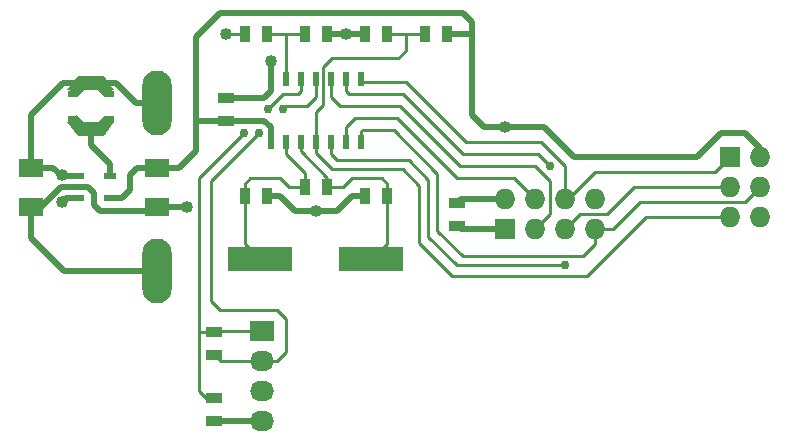
<source format=gtl>
%FSLAX34Y34*%
G04 Gerber Fmt 3.4, Leading zero omitted, Abs format*
G04 (created by PCBNEW (2014-03-23 BZR 4768)-product) date Wed 26 Mar 2014 09:50:02 PM CET*
%MOIN*%
G01*
G70*
G90*
G04 APERTURE LIST*
%ADD10C,0.006000*%
%ADD11O,0.098425X0.216535*%
%ADD12R,0.080000X0.060000*%
%ADD13R,0.055000X0.035000*%
%ADD14R,0.035000X0.055000*%
%ADD15R,0.020000X0.045000*%
%ADD16R,0.031496X0.023622*%
%ADD17R,0.041339X0.023622*%
%ADD18R,0.216500X0.078700*%
%ADD19R,0.080000X0.068000*%
%ADD20O,0.080000X0.068000*%
%ADD21R,0.068000X0.068000*%
%ADD22O,0.068000X0.068000*%
%ADD23C,0.040000*%
%ADD24C,0.030000*%
%ADD25C,0.010000*%
%ADD26C,0.020000*%
%ADD27C,0.019685*%
G04 APERTURE END LIST*
G54D10*
G54D11*
X50500Y-31400D03*
X50500Y-37000D03*
G54D12*
X46300Y-33550D03*
X46300Y-34850D03*
X50500Y-33550D03*
X50500Y-34850D03*
G54D13*
X52800Y-31975D03*
X52800Y-31225D03*
G54D14*
X58175Y-29100D03*
X57425Y-29100D03*
X58175Y-34500D03*
X57425Y-34500D03*
X53425Y-34500D03*
X54175Y-34500D03*
G54D13*
X60500Y-34725D03*
X60500Y-35475D03*
X52400Y-41975D03*
X52400Y-41225D03*
G54D15*
X54300Y-32700D03*
X54800Y-32700D03*
X55300Y-32700D03*
X55800Y-32700D03*
X56300Y-32700D03*
X56800Y-32700D03*
X57300Y-32700D03*
X57300Y-30600D03*
X56800Y-30600D03*
X56300Y-30600D03*
X55800Y-30600D03*
X55300Y-30600D03*
X54800Y-30600D03*
X54300Y-30600D03*
G54D10*
G36*
X48733Y-32503D02*
X47866Y-32503D01*
X47512Y-32031D01*
X49087Y-32031D01*
X48733Y-32503D01*
X48733Y-32503D01*
G37*
G36*
X49087Y-30968D02*
X47512Y-30968D01*
X47866Y-30496D01*
X48733Y-30496D01*
X49087Y-30968D01*
X49087Y-30968D01*
G37*
G54D16*
X47670Y-31913D03*
X48929Y-31913D03*
X47670Y-31086D03*
X48929Y-31086D03*
G54D10*
G36*
X48064Y-32031D02*
X47827Y-32268D01*
X47590Y-32031D01*
X47827Y-31794D01*
X48064Y-32031D01*
X48064Y-32031D01*
G37*
G36*
X49009Y-32031D02*
X48772Y-32268D01*
X48535Y-32031D01*
X48772Y-31794D01*
X49009Y-32031D01*
X49009Y-32031D01*
G37*
G36*
X48064Y-30968D02*
X47827Y-31205D01*
X47590Y-30968D01*
X47827Y-30731D01*
X48064Y-30968D01*
X48064Y-30968D01*
G37*
G36*
X49009Y-30968D02*
X48772Y-31205D01*
X48535Y-30968D01*
X48772Y-30731D01*
X49009Y-30968D01*
X49009Y-30968D01*
G37*
G54D14*
X60175Y-29100D03*
X59425Y-29100D03*
X55425Y-34200D03*
X56175Y-34200D03*
G54D13*
X52400Y-39775D03*
X52400Y-39025D03*
G54D17*
X47868Y-33825D03*
X47868Y-34200D03*
X47868Y-34574D03*
X48931Y-34574D03*
X48931Y-33825D03*
G54D18*
X57650Y-36600D03*
X53950Y-36600D03*
G54D14*
X55425Y-29100D03*
X56175Y-29100D03*
G54D19*
X54000Y-39000D03*
G54D20*
X54000Y-40000D03*
X54000Y-41000D03*
X54000Y-42000D03*
G54D21*
X69600Y-33200D03*
G54D22*
X69600Y-34200D03*
X69600Y-35200D03*
X70600Y-35200D03*
X70600Y-34200D03*
X70600Y-33200D03*
G54D14*
X54175Y-29100D03*
X53425Y-29100D03*
G54D21*
X62100Y-35600D03*
G54D22*
X63100Y-35600D03*
X64100Y-35600D03*
X65100Y-35600D03*
X65100Y-34600D03*
X64100Y-34600D03*
X63100Y-34600D03*
X62100Y-34600D03*
G54D23*
X52800Y-29100D03*
X47350Y-34700D03*
X47350Y-33800D03*
X51500Y-34850D03*
X55800Y-35000D03*
X56800Y-29100D03*
X54300Y-30000D03*
X62100Y-32200D03*
G54D24*
X54200Y-31600D03*
X53400Y-32400D03*
X64100Y-36800D03*
X63600Y-33500D03*
X54700Y-31600D03*
X53900Y-32400D03*
G54D25*
X52800Y-29100D02*
X53425Y-29100D01*
G54D26*
X48300Y-30732D02*
X47367Y-30732D01*
X47367Y-30732D02*
X46300Y-31800D01*
X46300Y-31800D02*
X46300Y-33550D01*
X50500Y-31400D02*
X49800Y-31400D01*
X49132Y-30732D02*
X48300Y-30732D01*
X49800Y-31400D02*
X49132Y-30732D01*
X46300Y-33550D02*
X47050Y-33550D01*
X47050Y-33550D02*
X47325Y-33825D01*
X47868Y-34574D02*
X47475Y-34574D01*
X47475Y-34574D02*
X47350Y-34700D01*
X47350Y-33800D02*
X47350Y-33825D01*
X47350Y-33825D02*
X47325Y-33825D01*
X47325Y-33825D02*
X47868Y-33825D01*
G54D27*
X50500Y-31400D02*
X50500Y-30700D01*
G54D26*
X50500Y-34850D02*
X51500Y-34850D01*
X54175Y-34500D02*
X54600Y-34500D01*
X54600Y-34500D02*
X55100Y-35000D01*
X55100Y-35000D02*
X55800Y-35000D01*
X57000Y-34500D02*
X57425Y-34500D01*
X55800Y-35000D02*
X56500Y-35000D01*
X56500Y-35000D02*
X57000Y-34500D01*
X50500Y-37000D02*
X47400Y-37000D01*
X47400Y-37000D02*
X46300Y-35900D01*
X46300Y-35900D02*
X46300Y-34850D01*
X57425Y-29100D02*
X56800Y-29100D01*
X62100Y-35600D02*
X60625Y-35600D01*
G54D27*
X60625Y-35600D02*
X60500Y-35475D01*
G54D26*
X47868Y-34200D02*
X48200Y-34200D01*
X48200Y-34200D02*
X48400Y-34400D01*
X48400Y-34400D02*
X48400Y-34800D01*
X48400Y-34800D02*
X48600Y-35000D01*
X48600Y-35000D02*
X50250Y-35000D01*
G54D27*
X50250Y-35000D02*
X50500Y-34850D01*
X46300Y-34850D02*
X46650Y-34850D01*
G54D26*
X46650Y-34850D02*
X47300Y-34200D01*
X47300Y-34200D02*
X47868Y-34200D01*
G54D27*
X61975Y-35475D02*
X62100Y-35600D01*
G54D26*
X56175Y-29100D02*
X56800Y-29100D01*
X54300Y-30600D02*
X54300Y-30000D01*
X54000Y-42000D02*
X52425Y-42000D01*
G54D27*
X52425Y-42000D02*
X52400Y-41975D01*
X61975Y-35475D02*
X62100Y-35600D01*
G54D26*
X52800Y-31225D02*
X54075Y-31225D01*
X54075Y-31225D02*
X54300Y-31000D01*
X54300Y-31000D02*
X54300Y-30600D01*
X60175Y-29100D02*
X61000Y-29100D01*
X62100Y-32200D02*
X61400Y-32200D01*
X51800Y-29200D02*
X51800Y-32000D01*
X52600Y-28400D02*
X51800Y-29200D01*
X60000Y-28400D02*
X52600Y-28400D01*
X60700Y-28400D02*
X60000Y-28400D01*
X61000Y-28700D02*
X60700Y-28400D01*
X61000Y-31800D02*
X61000Y-29100D01*
X61000Y-29100D02*
X61000Y-28700D01*
X61400Y-32200D02*
X61000Y-31800D01*
X62100Y-32200D02*
X63400Y-32200D01*
X63400Y-32200D02*
X64400Y-33200D01*
X64400Y-33200D02*
X68500Y-33200D01*
X68500Y-33200D02*
X69300Y-32400D01*
X69300Y-32400D02*
X70100Y-32400D01*
X70100Y-32400D02*
X70600Y-32900D01*
G54D27*
X70600Y-32900D02*
X70600Y-33200D01*
G54D26*
X62100Y-32200D02*
X62300Y-32200D01*
X52800Y-31975D02*
X54075Y-31975D01*
X54075Y-31975D02*
X54300Y-32200D01*
X54300Y-32200D02*
X54300Y-32700D01*
X51800Y-32000D02*
X52775Y-32000D01*
G54D27*
X52775Y-32000D02*
X52800Y-31975D01*
G54D26*
X51250Y-33550D02*
X50500Y-33550D01*
X51800Y-33000D02*
X51250Y-33550D01*
X51800Y-32000D02*
X51800Y-33000D01*
X62100Y-34600D02*
X60625Y-34600D01*
G54D27*
X60625Y-34600D02*
X60500Y-34725D01*
G54D26*
X48931Y-34574D02*
X49325Y-34574D01*
X49850Y-33550D02*
X50500Y-33550D01*
X49600Y-33800D02*
X49850Y-33550D01*
X49600Y-34300D02*
X49600Y-33800D01*
X49325Y-34574D02*
X49600Y-34300D01*
G54D27*
X61975Y-34725D02*
X62100Y-34600D01*
X61975Y-34725D02*
X62100Y-34600D01*
G54D25*
X58800Y-29100D02*
X59425Y-29100D01*
X58800Y-29100D02*
X58800Y-29650D01*
X55800Y-31700D02*
X56050Y-31450D01*
X56050Y-31450D02*
X56050Y-30200D01*
X56050Y-30200D02*
X56350Y-29900D01*
X56350Y-29900D02*
X57375Y-29900D01*
X55800Y-31700D02*
X55800Y-32700D01*
X58550Y-29900D02*
X57375Y-29900D01*
X58800Y-29650D02*
X58550Y-29900D01*
X58175Y-29100D02*
X58800Y-29100D01*
X55800Y-32700D02*
X55800Y-33050D01*
X66800Y-35200D02*
X69600Y-35200D01*
X64850Y-37150D02*
X66800Y-35200D01*
X60350Y-37150D02*
X64850Y-37150D01*
X59250Y-36050D02*
X60350Y-37150D01*
X59250Y-34150D02*
X59250Y-36050D01*
X58700Y-33600D02*
X59250Y-34150D01*
X56350Y-33600D02*
X58700Y-33600D01*
X55800Y-33050D02*
X56350Y-33600D01*
X58175Y-34500D02*
X58175Y-36075D01*
X58175Y-36075D02*
X57650Y-36600D01*
X56175Y-34200D02*
X56700Y-34200D01*
X56700Y-34200D02*
X57000Y-33900D01*
X57000Y-33900D02*
X58000Y-33900D01*
X58000Y-33900D02*
X58175Y-34075D01*
X58175Y-34075D02*
X58175Y-34500D01*
X55300Y-32700D02*
X55300Y-33000D01*
X55300Y-33000D02*
X56175Y-33875D01*
X56175Y-33875D02*
X56175Y-34200D01*
X55425Y-34200D02*
X54900Y-34200D01*
X54900Y-34200D02*
X54600Y-33900D01*
X54600Y-33900D02*
X53600Y-33900D01*
X53600Y-33900D02*
X53425Y-34075D01*
X53425Y-34075D02*
X53425Y-34500D01*
X53425Y-34500D02*
X53425Y-36075D01*
X53425Y-36075D02*
X53950Y-36600D01*
X54800Y-32700D02*
X54800Y-33100D01*
X54800Y-33100D02*
X55425Y-33725D01*
X55425Y-33725D02*
X55425Y-34200D01*
X52400Y-39025D02*
X51900Y-39025D01*
X51900Y-39025D02*
X51900Y-39000D01*
X54200Y-31600D02*
X54700Y-31100D01*
X54700Y-31100D02*
X55200Y-31100D01*
X55200Y-31100D02*
X55300Y-31000D01*
X55300Y-31000D02*
X55300Y-30600D01*
X51900Y-39000D02*
X51900Y-33900D01*
X51900Y-33900D02*
X53400Y-32400D01*
X52125Y-41225D02*
X51900Y-41000D01*
X51900Y-41000D02*
X51900Y-39000D01*
X54000Y-39000D02*
X52425Y-39000D01*
X56300Y-32700D02*
X56300Y-33100D01*
X56300Y-33100D02*
X56500Y-33300D01*
X56500Y-33300D02*
X58900Y-33300D01*
X58900Y-33300D02*
X59550Y-33950D01*
X59550Y-33950D02*
X59550Y-35850D01*
X59550Y-35850D02*
X60500Y-36800D01*
X60500Y-36800D02*
X64100Y-36800D01*
X56800Y-32700D02*
X56800Y-32200D01*
X56800Y-32200D02*
X57100Y-31900D01*
X57100Y-31900D02*
X58500Y-31900D01*
X58500Y-31900D02*
X60500Y-33900D01*
X60500Y-33900D02*
X62400Y-33900D01*
X62400Y-33900D02*
X63100Y-34600D01*
X57500Y-32300D02*
X57350Y-32300D01*
X57350Y-32300D02*
X57300Y-32350D01*
X57300Y-32350D02*
X57300Y-32700D01*
X58400Y-32300D02*
X59850Y-33750D01*
X59850Y-33750D02*
X59850Y-35650D01*
X59850Y-35650D02*
X60700Y-36500D01*
X60700Y-36500D02*
X64700Y-36500D01*
X64700Y-36500D02*
X65100Y-36100D01*
X65100Y-35600D02*
X65100Y-36100D01*
X57500Y-32300D02*
X57900Y-32300D01*
X57900Y-32300D02*
X58400Y-32300D01*
X70600Y-34200D02*
X70100Y-34700D01*
X65700Y-35600D02*
X65100Y-35600D01*
X66600Y-34700D02*
X65700Y-35600D01*
X70100Y-34700D02*
X66600Y-34700D01*
X57400Y-30700D02*
X58800Y-30700D01*
X64100Y-33500D02*
X64100Y-34600D01*
X63300Y-32700D02*
X64100Y-33500D01*
X60800Y-32700D02*
X63300Y-32700D01*
X58800Y-30700D02*
X60800Y-32700D01*
X64200Y-34600D02*
X65100Y-33700D01*
X69100Y-33700D02*
X69600Y-33200D01*
X65100Y-33700D02*
X69100Y-33700D01*
X56800Y-30600D02*
X56800Y-31000D01*
X56800Y-31000D02*
X56900Y-31100D01*
X56900Y-31100D02*
X58700Y-31100D01*
X58700Y-31100D02*
X60700Y-33100D01*
X60700Y-33100D02*
X63200Y-33100D01*
X63200Y-33100D02*
X63600Y-33500D01*
X64100Y-35600D02*
X64600Y-35100D01*
X64600Y-35100D02*
X65500Y-35100D01*
X65500Y-35100D02*
X66400Y-34200D01*
X66400Y-34200D02*
X69600Y-34200D01*
X63100Y-35600D02*
X63600Y-35100D01*
X63600Y-35100D02*
X63600Y-34000D01*
X63600Y-34000D02*
X63100Y-33500D01*
X63100Y-33500D02*
X60600Y-33500D01*
X60600Y-33500D02*
X58600Y-31500D01*
X58600Y-31500D02*
X56594Y-31505D01*
X56594Y-31505D02*
X56300Y-31200D01*
X56300Y-31200D02*
X56300Y-30600D01*
X54700Y-31600D02*
X54800Y-31500D01*
X54800Y-31500D02*
X55500Y-31500D01*
X55500Y-31500D02*
X55800Y-31200D01*
X55800Y-31200D02*
X55800Y-30600D01*
X54500Y-40000D02*
X54800Y-39700D01*
X52300Y-38000D02*
X52300Y-34000D01*
X52300Y-34000D02*
X53900Y-32400D01*
X54000Y-40000D02*
X54500Y-40000D01*
X52600Y-38300D02*
X52300Y-38000D01*
X54500Y-38300D02*
X52600Y-38300D01*
X54800Y-38600D02*
X54500Y-38300D01*
X54800Y-39700D02*
X54800Y-38600D01*
X54000Y-40000D02*
X52625Y-40000D01*
X52625Y-40000D02*
X52400Y-39775D01*
G54D27*
X48300Y-32267D02*
X48300Y-32800D01*
G54D26*
X48300Y-32800D02*
X48931Y-33431D01*
G54D27*
X48931Y-33431D02*
X48931Y-33825D01*
X48300Y-32267D02*
X48024Y-32267D01*
X48024Y-32267D02*
X47670Y-31913D01*
X48300Y-32267D02*
X48575Y-32267D01*
X48575Y-32267D02*
X48929Y-31913D01*
X48929Y-31913D02*
X48575Y-32267D01*
G54D25*
X54800Y-29100D02*
X54175Y-29100D01*
X54800Y-30600D02*
X54800Y-29100D01*
X54800Y-29100D02*
X55425Y-29100D01*
M02*

</source>
